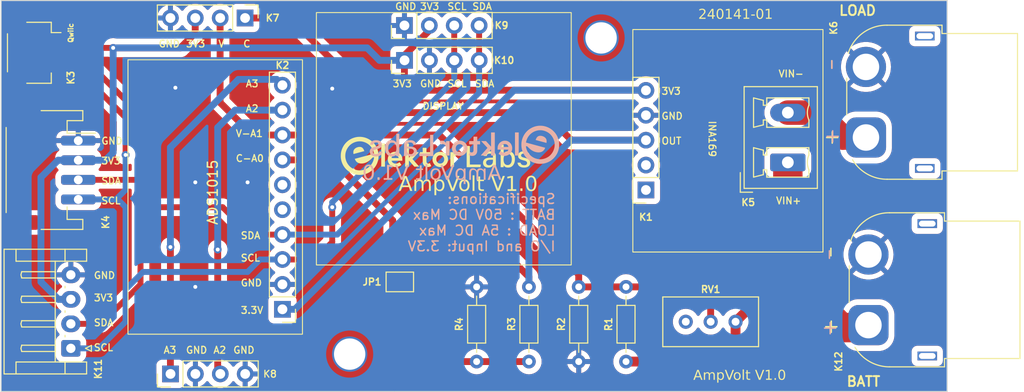
<source format=kicad_pcb>
(kicad_pcb (version 20240108) (generator "pcbnew") (generator_version "8.0")
  (layers (0 "F.Cu" signal) (31 "B.Cu" signal) (34 "B.Paste" user) (35 "F.Paste" user) (36 "B.SilkS" user "B.Silkscreen") (37 "F.SilkS" user "F.Silkscreen") (38 "B.Mask" user) (39 "F.Mask" user) (44 "Edge.Cuts" user))
  (net 0 "")
  (net 1 "OUT")
  (net 2 "GNDREF")
  (net 3 "VIN+")
  (net 4 "VIN-")
  (net 5 "NC-VIN+")
  (net 6 "NC-VIN-")
  (net 7 "ADDR")
  (net 8 "ALERT")
  (net 9 "ADS-A0")
  (net 10 "ADS-A1")
  (net 11 "ADS-A2")
  (net 12 "ADS-A3")
  (net 13 "+3.3V")
  (net 14 "SCL-O")
  (net 15 "SDA-O")
  (footprint "Connector_JST:JST_EH_S4B-EH_1x04_P2.50mm_Horizontal" (layer "F.Cu") (at 146.304 62.404 90)
    (property "Reference" "K11" (at -2.112 2.794 90) (layer "F.SilkS") (effects (font (size 0.7 0.7))))
    (property "Value" "G. I2C" (hide yes))
    (pad "1" thru_hole roundrect (at 0 0 90) (size 1.7 1.95) (drill 0.95) (layers "*.Cu" "*.Mask") (roundrect_rratio 0.1470588235) (net 14 "SCL-O"))
    (pad "2" thru_hole oval (at 2.5 0 90) (size 1.7 1.95) (drill 0.95) (layers "*.Cu" "*.Mask") (net 15 "SDA-O"))
    (pad "3" thru_hole oval (at 5 0 90) (size 1.7 1.95) (drill 0.95) (layers "*.Cu" "*.Mask") (net 13 "+3.3V"))
    (pad "4" thru_hole oval (at 7.5 0 90) (size 1.7 1.95) (drill 0.95) (layers "*.Cu" "*.Mask") (net 2 "GNDREF"))
  )
  (footprint "Resistor_THT:R_Axial_DIN0204_L3.6mm_D1.6mm_P7.62mm_Horizontal" (layer "F.Cu") (at 187.706 63.754 90)
    (property "Reference" "R4" (at 3.81 -1.778 90) (layer "F.SilkS") (effects (font (size 0.7 0.7))))
    (property "Value" "22k")
    (pad "1" thru_hole circle (at 0 0 90) (size 1.4 1.4) (drill 0.7) (layers "*.Cu" "*.Mask") (net 9 "ADS-A0"))
    (pad "2" thru_hole oval (at 7.62 0 90) (size 1.4 1.4) (drill 0.7) (layers "*.Cu" "*.Mask") (net 2 "GNDREF"))
  )
  (footprint "Connector_PinHeader_2.54mm:PinHeader_1x04_P2.54mm_Vertical" (layer "F.Cu") (at 156.474 65.014 90)
    (property "Reference" "K8" (at -0.01 10.15 0) (layer "F.SilkS") (effects (font (size 0.7 0.7) (thickness 0.125) (bold yes))))
    (property "Value" "AG")
    (pad "1" thru_hole rect (at 0 0 90) (size 1.7 1.7) (drill 1) (layers "*.Cu" "*.Mask") (net 12 "ADS-A3"))
    (pad "2" thru_hole oval (at 0 2.54 90) (size 1.7 1.7) (drill 1) (layers "*.Cu" "*.Mask") (net 2 "GNDREF"))
    (pad "3" thru_hole oval (at 0 5.08 90) (size 1.7 1.7) (drill 1) (layers "*.Cu" "*.Mask") (net 11 "ADS-A2"))
    (pad "4" thru_hole oval (at 0 7.62 90) (size 1.7 1.7) (drill 1) (layers "*.Cu" "*.Mask") (net 2 "GNDREF"))
  )
  (footprint "Connector_AMASS:AMASS_XT60PW-F_1x02_P7.20mm_Horizontal" (layer "F.Cu") (at 227.426 40.894 -90)
    (property "Reference" "K6" (at -11.176 3.302 90) (layer "F.SilkS") (effects (font (size 0.7 0.7))))
    (property "Value" "LOAD" (at -12.954 0.858 180) (layer "F.SilkS") (effects (font (thickness 0.2) (bold yes))))
    (fp_text user "+" (at 0 3.556 90) (layer "F.SilkS") (effects (font (size 1.5 1.5))))
    (fp_text user "-" (at -7.454 3.556 90) (layer "F.SilkS"))
    (pad "" thru_hole rect (at -10.35 -6 270) (size 0.9 2) (drill oval 0.6 1.7) (layers "*.Cu" "*.Mask"))
    (pad "" thru_hole rect (at 3.15 -6 270) (size 0.9 2) (drill oval 0.6 1.7) (layers "*.Cu" "*.Mask"))
    (pad "1" thru_hole roundrect (at 0 0 270) (size 4.1 4.1) (drill 2.7) (layers "*.Cu" "*.Mask") (net 4 "VIN-"))
    (pad "2" thru_hole circle (at -7.2 0 270) (size 4.1 4.1) (drill 2.7) (layers "*.Cu" "*.Mask") (net 2 "GNDREF"))
  )
  (footprint "Connector_PinHeader_2.54mm:PinHeader_1x10_P2.54mm_Vertical" (layer "F.Cu") (at 167.894 58.42 180)
    (property "Reference" "K2" (at 0 24.892 180) (layer "F.SilkS") (effects (font (size 0.7 0.7))))
    (property "Value" "ADS1015" (at 7.112 11.938 90) (layer "F.SilkS"))
    (pad "1" thru_hole rect (at 0 0 180) (size 1.7 1.7) (drill 1) (layers "*.Cu" "*.Mask") (net 13 "+3.3V"))
    (pad "2" thru_hole oval (at 0 2.54 180) (size 1.7 1.7) (drill 1) (layers "*.Cu" "*.Mask") (net 2 "GNDREF"))
    (pad "3" thru_hole oval (at 0 5.08 180) (size 1.7 1.7) (drill 1) (layers "*.Cu" "*.Mask") (net 14 "SCL-O"))
    (pad "4" thru_hole oval (at 0 7.62 180) (size 1.7 1.7) (drill 1) (layers "*.Cu" "*.Mask") (net 15 "SDA-O"))
    (pad "5" thru_hole oval (at 0 10.16 180) (size 1.7 1.7) (drill 1) (layers "*.Cu" "*.Mask") (net 7 "ADDR"))
    (pad "6" thru_hole oval (at 0 12.7 180) (size 1.7 1.7) (drill 1) (layers "*.Cu" "*.Mask") (net 8 "ALERT"))
    (pad "7" thru_hole oval (at 0 15.24 180) (size 1.7 1.7) (drill 1) (layers "*.Cu" "*.Mask") (net 9 "ADS-A0"))
    (pad "8" thru_hole oval (at 0 17.78 180) (size 1.7 1.7) (drill 1) (layers "*.Cu" "*.Mask") (net 10 "ADS-A1"))
    (pad "9" thru_hole oval (at 0 20.32 180) (size 1.7 1.7) (drill 1) (layers "*.Cu" "*.Mask") (net 11 "ADS-A2"))
    (pad "10" thru_hole oval (at 0 22.86 180) (size 1.7 1.7) (drill 1) (layers "*.Cu" "*.Mask") (net 12 "ADS-A3"))
  )
  (footprint "Connector_Phoenix_MC_HighVoltage:PhoenixContact_MCV_1,5_2-G-5.08_1x02_P5.08mm_Vertical" (layer "F.Cu") (at 219.456 43.434 90)
    (property "Reference" "K5" (at -4.0815 -4.0445 180) (layer "F.SilkS") (effects (font (size 0.7 0.7))))
    (property "Value" "INA169-IN" (hide yes))
    (pad "1" thru_hole roundrect (at 0 0 90) (size 1.8 3.6) (drill 1.2) (layers "*.Cu" "*.Mask") (roundrect_rratio 0.1388888889) (net 3 "VIN+"))
    (pad "2" thru_hole oval (at 5.08 0 90) (size 1.8 3.6) (drill 1.2) (layers "*.Cu" "*.Mask") (net 4 "VIN-"))
  )
  (footprint "Library:elektor-labs-KiCAD-Silkscreen-20x5.1mm" (layer "F.Cu") (at 183.283209 42.789544)
    (property "Reference" "G***" (hide yes))
    (property "Value" "LOGO" (hide yes))
  )
  (footprint "Potentiometer_THT:Potentiometer_Bourns_3296W_Vertical" (layer "F.Cu") (at 214.122 59.69)
    (property "Reference" "RV1" (at -2.54 -3.302 0) (layer "F.SilkS") (effects (font (size 0.7 0.7))))
    (property "Value" "100k")
    (pad "1" thru_hole circle (at 0 0) (size 1.44 1.44) (drill 0.8) (layers "*.Cu" "*.Mask") (net 3 "VIN+"))
    (pad "2" thru_hole circle (at -2.54 0) (size 1.44 1.44) (drill 0.8) (layers "*.Cu" "*.Mask") (net 10 "ADS-A1"))
    (pad "3" thru_hole circle (at -5.08 0) (size 1.44 1.44) (drill 0.8) (layers "*.Cu" "*.Mask"))
  )
  (footprint "Resistor_THT:R_Axial_DIN0204_L3.6mm_D1.6mm_P7.62mm_Horizontal" (layer "F.Cu") (at 198.12 56.134 -90)
    (property "Reference" "R2" (at 3.81 1.778 90) (layer "F.SilkS") (effects (font (size 0.7 0.7))))
    (property "Value" "6.75")
    (pad "1" thru_hole circle (at 0 0 270) (size 1.4 1.4) (drill 0.7) (layers "*.Cu" "*.Mask") (net 10 "ADS-A1"))
    (pad "2" thru_hole oval (at 7.62 0 270) (size 1.4 1.4) (drill 0.7) (layers "*.Cu" "*.Mask") (net 2 "GNDREF"))
  )
  (footprint "Connector_JST:JST_SH_SM04B-SRSS-TB_1x04-1MP_P1.00mm_Horizontal" (layer "F.Cu") (at 142.526 32.25 -90)
    (property "Reference" "K3" (at 2.548 -3.778 90) (layer "F.SilkS") (effects (font (size 0.7 0.7))))
    (property "Value" "Qwiic" (at -2.024 -3.778 90) (layer "F.SilkS") (effects (font (size 0.5 0.5) (thickness 0.125))))
    (pad "1" smd roundrect (at -1.5 -2 270) (size 0.6 1.55) (layers "F.Cu" "F.Paste" "F.Mask") (net 2 "GNDREF"))
    (pad "2" smd roundrect (at -0.5 -2 270) (size 0.6 1.55) (layers "F.Cu" "F.Paste" "F.Mask") (net 13 "+3.3V"))
    (pad "3" smd roundrect (at 0.5 -2 270) (size 0.6 1.55) (layers "F.Cu" "F.Paste" "F.Mask") (net 15 "SDA-O"))
    (pad "4" smd roundrect (at 1.5 -2 270) (size 0.6 1.55) (layers "F.Cu" "F.Paste" "F.Mask") (net 14 "SCL-O"))
    (pad "MP" smd roundrect (at -2.8 1.875 270) (size 1.2 1.8) (layers "F.Cu" "F.Paste" "F.Mask") (roundrect_rratio 0.2083333333) (net 2 "GNDREF"))
    (pad "MP" smd roundrect (at 2.8 1.875 270) (size 1.2 1.8) (layers "F.Cu" "F.Paste" "F.Mask") (roundrect_rratio 0.2083333333) (net 2 "GNDREF"))
  )
  (footprint "Resistor_THT:R_Axial_DIN0204_L3.6mm_D1.6mm_P7.62mm_Horizontal" (layer "F.Cu") (at 193.04 56.134 -90)
    (property "Reference" "R3" (at 3.81 1.778 90) (layer "F.SilkS") (effects (font (size 0.7 0.7))))
    (property "Value" "22k")
    (pad "1" thru_hole circle (at 0 0 270) (size 1.4 1.4) (drill 0.7) (layers "*.Cu" "*.Mask") (net 1 "OUT"))
    (pad "2" thru_hole oval (at 7.62 0 270) (size 1.4 1.4) (drill 0.7) (layers "*.Cu" "*.Mask") (net 9 "ADS-A0"))
  )
  (footprint "Connector_PinHeader_2.54mm:PinHeader_1x04_P2.54mm_Vertical" (layer "F.Cu") (at 180.35 33.02 90)
    (property "Reference" "K10" (at 0 10.16 180) (layer "F.SilkS") (effects (font (size 0.7 0.7))))
    (property "Value" "B" (hide yes))
    (pad "1" thru_hole rect (at 0 0 90) (size 1.7 1.7) (drill 1) (layers "*.Cu" "*.Mask") (net 13 "+3.3V"))
    (pad "2" thru_hole oval (at 0 2.54 90) (size 1.7 1.7) (drill 1) (layers "*.Cu" "*.Mask") (net 2 "GNDREF"))
    (pad "3" thru_hole oval (at 0 5.08 90) (size 1.7 1.7) (drill 1) (layers "*.Cu" "*.Mask") (net 14 "SCL-O"))
    (pad "4" thru_hole oval (at 0 7.62 90) (size 1.7 1.7) (drill 1) (layers "*.Cu" "*.Mask") (net 15 "SDA-O"))
  )
  (footprint "Jumper:SolderJumper-2_P1.3mm_Open_TrianglePad1.0x1.5mm" (layer "F.Cu") (at 179.869 55.626)
    (property "Reference" "JP1" (at -2.831 0 0) (layer "F.SilkS") (effects (font (size 0.7 0.7))))
    (property "Value" "Jumper - Open" (hide yes))
    (pad "1" smd custom (at -0.725 0) (size 0.3 0.3) (layers "F.Cu" "F.Mask") (net 9 "ADS-A0") (options (clearance outline) (anchor rect)) (primitives (gr_poly (pts (xy 1 0) (xy 0.5 0.75) (xy -0.5 0.75) (xy -0.5 -0.75) (xy 0.5 -0.75)) (width 0) (fill yes))))
    (pad "2" smd custom (at 0.725 0) (size 0.3 0.3) (layers "F.Cu" "F.Mask") (net 1 "OUT") (options (clearance outline) (anchor rect)) (primitives (gr_poly (pts (xy 0.5 0.75) (xy -0.65 0.75) (xy -0.15 0) (xy -0.65 -0.75) (xy 0.5 -0.75)) (width 0) (fill yes))))
  )
  (footprint "Connector_PinHeader_2.54mm:PinHeader_1x04_P2.54mm_Vertical" (layer "F.Cu") (at 180.34 29.464 90)
    (property "Reference" "K9" (at 0 9.906 180) (layer "F.SilkS") (effects (font (size 0.7 0.7))))
    (property "Value" "A" (hide yes))
    (pad "1" thru_hole rect (at 0 0 90) (size 1.7 1.7) (drill 1) (layers "*.Cu" "*.Mask") (net 2 "GNDREF"))
    (pad "2" thru_hole oval (at 0 2.54 90) (size 1.7 1.7) (drill 1) (layers "*.Cu" "*.Mask") (net 13 "+3.3V"))
    (pad "3" thru_hole oval (at 0 5.08 90) (size 1.7 1.7) (drill 1) (layers "*.Cu" "*.Mask") (net 14 "SCL-O"))
    (pad "4" thru_hole oval (at 0 7.62 90) (size 1.7 1.7) (drill 1) (layers "*.Cu" "*.Mask") (net 15 "SDA-O"))
  )
  (footprint "MountingHole:MountingHole_3.2mm_M3_DIN965_Pad_TopOnly" (layer "F.Cu") (at 174.752 62.992)
    (property "Reference" "H1" (hide yes))
    (property "Value" "MountingHole" (hide yes))
    (pad "1" thru_hole circle (at 0 0) (size 3.6 3.6) (drill 3.2) (layers "*.Cu" "*.Mask"))
    (pad "1" connect circle (at 0 0) (size 5.6 5.6) (layers "F.Cu" "F.Mask"))
  )
  (footprint "Connector_JST:JST_PH_S4B-PH-SM4-TB_1x04-1MP_P2.00mm_Horizontal" (layer "F.Cu") (at 144.216 44.212 -90)
    (property "Reference" "K4" (at 5.318 -5.644 90) (layer "F.SilkS") (effects (font (size 0.7 0.7))))
    (property "Value" "I2C." (hide yes))
    (pad "1" thru_hole roundrect (at -3 -2.85 270) (size 1 3.5) (drill 0.9) (layers "*.Cu" "*.Mask") (net 2 "GNDREF"))
    (pad "2" thru_hole roundrect (at -1 -2.85 270) (size 1 3.5) (drill 0.9) (layers "*.Cu" "*.Mask") (net 13 "+3.3V"))
    (pad "3" thru_hole roundrect (at 1 -2.85 270) (size 1 3.5) (drill 0.9) (layers "*.Cu" "*.Mask") (net 15 "SDA-O"))
    (pad "4" thru_hole roundrect (at 3 -2.85 270) (size 1 3.5) (drill 0.9) (layers "*.Cu" "*.Mask") (net 14 "SCL-O"))
    (pad "MP" smd roundrect (at -5.35 2.9 270) (size 1.5 3.4) (layers "F.Cu" "F.Paste" "F.Mask") (roundrect_rratio 0.1666673333) (net 2 "GNDREF"))
    (pad "MP" smd roundrect (at 5.35 2.9 270) (size 1.5 3.4) (layers "F.Cu" "F.Paste" "F.Mask") (roundrect_rratio 0.1666673333) (net 2 "GNDREF"))
  )
  (footprint "Resistor_THT:R_Axial_DIN0204_L3.6mm_D1.6mm_P7.62mm_Horizontal" (layer "F.Cu") (at 202.946 63.754 90)
    (property "Reference" "R1" (at 3.81 -1.778 90) (layer "F.SilkS") (effects (font (size 0.7 0.7))))
    (property "Value" "100k")
    (pad "1" thru_hole circle (at 0 0 90) (size 1.4 1.4) (drill 0.7) (layers "*.Cu" "*.Mask") (net 3 "VIN+"))
    (pad "2" thru_hole oval (at 7.62 0 90) (size 1.4 1.4) (drill 0.7) (layers "*.Cu" "*.Mask") (net 10 "ADS-A1"))
  )
  (footprint "MountingHole:MountingHole_3.2mm_M3_DIN965_Pad_TopOnly" (layer "F.Cu") (at 200.406 30.734)
    (property "Reference" "H2" (hide yes))
    (property "Value" "MountingHole" (hide yes))
    (pad "1" thru_hole circle (at 0 0) (size 3.6 3.6) (drill 3.2) (layers "*.Cu" "*.Mask"))
    (pad "1" connect circle (at 0 0) (size 5.6 5.6) (layers "F.Cu" "F.Mask"))
  )
  (footprint "Connector_PinHeader_2.54mm:PinHeader_1x04_P2.54mm_Vertical" (layer "F.Cu") (at 164.084 28.702 -90)
    (property "Reference" "K7" (at 0 -2.804 0) (layer "F.SilkS") (effects (font (size 0.7 0.7))))
    (property "Value" "RAW OUT")
    (pad "1" thru_hole rect (at 0 0 270) (size 1.7 1.7) (drill 1) (layers "*.Cu" "*.Mask") (net 1 "OUT"))
    (pad "2" thru_hole oval (at 0 2.54 270) (size 1.7 1.7) (drill 1) (layers "*.Cu" "*.Mask") (net 10 "ADS-A1"))
    (pad "3" thru_hole oval (at 0 5.08 270) (size 1.7 1.7) (drill 1) (layers "*.Cu" "*.Mask") (net 13 "+3.3V"))
    (pad "4" thru_hole oval (at 0 7.62 270) (size 1.7 1.7) (drill 1) (layers "*.Cu" "*.Mask") (net 2 "GNDREF"))
  )
  (footprint "Connector_PinSocket_2.54mm:PinSocket_1x05_P2.54mm_Vertical" (layer "F.Cu") (at 204.978 46.2455 180)
    (property "Reference" "K1" (at 0 -2.77 0) (layer "F.SilkS") (effects (font (size 0.7 0.7))))
    (property "Value" "INA169-OUT" (hide yes))
    (pad "1" thru_hole rect (at 0 0 180) (size 1.7 1.7) (drill 1) (layers "*.Cu" "*.Mask") (net 5 "NC-VIN+"))
    (pad "2" thru_hole oval (at 0 2.54 180) (size 1.7 1.7) (drill 1) (layers "*.Cu" "*.Mask") (net 6 "NC-VIN-"))
    (pad "3" thru_hole oval (at 0 5.08 180) (size 1.7 1.7) (drill 1) (layers "*.Cu" "*.Mask") (net 1 "OUT"))
    (pad "4" thru_hole oval (at 0 7.62 180) (size 1.7 1.7) (drill 1) (layers "*.Cu" "*.Mask") (net 2 "GNDREF"))
    (pad "5" thru_hole oval (at 0 10.16 180) (size 1.7 1.7) (drill 1) (layers "*.Cu" "*.Mask") (net 13 "+3.3V"))
  )
  (footprint "Connector_AMASS:AMASS_XT60PW-F_1x02_P7.20mm_Horizontal" (layer "F.Cu") (at 227.68 60.032 -90)
    (property "Reference" "K12" (at 3.722 3.048 90) (layer "F.SilkS") (effects (font (size 0.7 0.7))))
    (property "Value" "BATT" (at 5.754 0.508 180) (layer "F.SilkS") (effects (font (thickness 0.2) (bold yes))))
    (fp_text user "+" (at 0.166 3.906 90) (layer "F.SilkS") (effects (font (size 1.5 1.5))))
    (fp_text user "-" (at -7.454 3.906 90) (layer "F.SilkS"))
    (pad "" thru_hole rect (at -10.35 -6 270) (size 0.9 2) (drill oval 0.6 1.7) (layers "*.Cu" "*.Mask"))
    (pad "" thru_hole rect (at 3.15 -6 270) (size 0.9 2) (drill oval 0.6 1.7) (layers "*.Cu" "*.Mask"))
    (pad "1" thru_hole roundrect (at 0 0 270) (size 4.1 4.1) (drill 2.7) (layers "*.Cu" "*.Mask") (net 3 "VIN+"))
    (pad "2" thru_hole circle (at -7.2 0 270) (size 4.1 4.1) (drill 2.7) (layers "*.Cu" "*.Mask") (net 2 "GNDREF"))
  )
  (footprint "Library:elektor-labs-KiCAD-Silkscreen-20x5.1mm" (layer "B.Cu") (at 186.69 41.656 180)
    (property "Reference" "G***" (hide yes))
    (property "Value" "LOGO" (hide yes))
  )
  (gr_rect (start 171.358 28.148) (end 197.358 53.894) (stroke (width 0.1)) (fill none) (layer "F.SilkS"))
  (gr_rect (start 203.6405 29.878) (end 223.0405 52.578) (stroke (width 0.1)) (fill none) (layer "F.SilkS"))
  (gr_rect (start 152.136 32.96) (end 169.936 60.96) (stroke (width 0.1)) (fill none) (layer "F.SilkS"))
  (gr_line (start 235.712 66.802) (end 179.324 66.802) (stroke (width 0.1)) (layer "Edge.Cuts"))
  (gr_line (start 139.192 26.924) (end 202.438 26.924) (stroke (width 0.1)) (layer "Edge.Cuts"))
  (gr_line (start 179.324 66.802) (end 139.192 66.802) (stroke (width 0.1)) (layer "Edge.Cuts"))
  (gr_line (start 202.438 26.924) (end 235.712 26.924) (stroke (width 0.1)) (layer "Edge.Cuts"))
  (gr_line (start 139.192 27.178) (end 139.192 26.924) (stroke (width 0.1)) (layer "Edge.Cuts"))
  (gr_line (start 139.192 66.802) (end 139.192 27.178) (stroke (width 0.1)) (layer "Edge.Cuts"))
  (gr_line (start 235.712 26.924) (end 235.712 66.802) (stroke (width 0.1)) (layer "Edge.Cuts"))
  (gr_text "-" (at 223.774 52.832 -90) (layer "B.SilkS") (effects (font (size 1 1)) (justify mirror)))
  (gr_text "+" (at 224.028 40.894 -180) (layer "B.SilkS") (effects (font (size 1.5 1.5)) (justify mirror)))
  (gr_text "Specifications:\nBATT : 50V DC Max\nLOAD : 5A DC Max\nI/O and Input: 3.3V \n" (at 195.834 52.578 0) (layer "B.SilkS") (effects (font (size 1 1)) (justify left bottom mirror)))
  (gr_text "-" (at 224.028 33.45047 -90) (layer "B.SilkS") (effects (font (size 1 1)) (justify mirror)))
  (gr_text "AmpVolt V1.0" (at 190.246 45.466 -0) (layer "B.SilkS") (effects (font (size 1.5 1.5) (thickness 0.3)) (justify left bottom mirror)))
  (gr_text "+" (at 223.774 60.452 -180) (layer "B.SilkS") (effects (font (size 1.5 1.5)) (justify mirror)))
  (gr_text "V" (at 161.29 31.75 0) (layer "F.SilkS") (effects (font (size 0.7 0.7) (thickness 0.125) (bold yes)) (justify left bottom)))
  (gr_text "GND\n" (at 163.576 56.134 0) (layer "F.SilkS") (effects (font (size 0.7 0.7) (thickness 0.125) (bold yes)) (justify left bottom)))
  (gr_text "SCL" (at 163.576 53.594 0) (layer "F.SilkS") (effects (font (size 0.7 0.7) (thickness 0.125) (bold yes)) (justify left bottom)))
  (gr_text "SDA" (at 148.59 60.198 0) (layer "F.SilkS") (effects (font (size 0.7 0.7) (thickness 0.125) (bold yes)) (justify left bottom)))
  (gr_text "3V3" (at 149.352 43.688 0) (layer "F.SilkS") (effects (font (size 0.7 0.7) (thickness 0.125) (bold yes)) (justify left bottom)))
  (gr_text "GND" (at 155.194 31.75 0) (layer "F.SilkS") (effects (font (size 0.7 0.7) (thickness 0.125) (bold yes)) (justify left bottom)))
  (gr_text "SCL" (at 184.658 27.94 0) (layer "F.SilkS") (effects (font (size 0.7 0.7) (thickness 0.125) (bold yes)) (justify left bottom)))
  (gr_text "C-A0" (at 163.068 43.434 0) (layer "F.SilkS") (effects (font (size 0.7 0.7) (thickness 0.125) (bold yes)) (justify left bottom)))
  (gr_text "GND" (at 148.59 55.372 0) (layer "F.SilkS") (effects (font (size 0.7 0.7) (thickness 0.125) (bold yes)) (justify left bottom)))
  (gr_text "3V3" (at 157.988 31.75 0) (layer "F.SilkS") (effects (font (size 0.7 0.7) (thickness 0.125) (bold yes)) (justify left bottom)))
  (gr_text "SDA" (at 149.352 45.72 0) (layer "F.SilkS") (effects (font (size 0.7 0.7) (thickness 0.125) (bold yes)) (justify left bottom)))
  (gr_text "3V3" (at 181.864 27.94 0) (layer "F.SilkS") (effects (font (size 0.7 0.7) (thickness 0.125) (bold yes)) (justify left bottom)))
  (gr_text "SDA" (at 187.452 35.814 0) (layer "F.SilkS") (effects (font (size 0.7 0.7) (thickness 0.125) (bold yes)) (justify left bottom)))
  (gr_text "SDA" (at 163.576 51.308 0) (layer "F.SilkS") (effects (font (size 0.7 0.7) (thickness 0.125) (bold yes)) (justify left bottom)))
  (gr_text "V-A1 " (at 163.068 40.894 0) (layer "F.SilkS") (effects (font (size 0.7 0.7) (thickness 0.125) (bold yes)) (justify left bottom)))
  (gr_text "GND" (at 179.324 27.94 0) (layer "F.SilkS") (effects (font (size 0.7 0.7) (thickness 0.125) (bold yes)) (justify left bottom)))
  (gr_text "INA169" (at 211.328 39.116 -90) (layer "F.SilkS") (effects (font (size 0.7 0.7) (thickness 0.125)) (justify left bottom)))
  (gr_text "SCL" (at 148.59 62.738 0) (layer "F.SilkS") (effects (font (size 0.7 0.7) (thickness 0.125) (bold yes)) (justify left bottom)))
  (gr_text "3V3" (at 179.07 35.814 0) (layer "F.SilkS") (effects (font (size 0.7 0.7) (thickness 0.125) (bold yes)) (justify left bottom)))
  (gr_text "3V3" (at 206.502 36.576 0) (layer "F.SilkS") (effects (font (size 0.7 0.7) (thickness 0.125) (bold yes)) (justify left bottom)))
  (gr_text "A3" (at 155.702 62.992 0) (layer "F.SilkS") (effects (font (size 0.7 0.7) (thickness 0.125) (bold yes)) (justify left bottom)))
  (gr_text "3V3" (at 148.59 57.658 0) (layer "F.SilkS") (effects (font (size 0.7 0.7) (thickness 0.125) (bold yes)) (justify left bottom)))
  (gr_text "GND\n" (at 157.988 62.992 0) (layer "F.SilkS") (effects (font (size 0.7 0.7) (thickness 0.125) (bold yes)) (justify left bottom)))
  (gr_text "GND" (at 149.352 41.656 0) (layer "F.SilkS") (effects (font (size 0.7 0.7) (thickness 0.125) (bold yes)) (justify left bottom)))
  (gr_text "3.3V" (at 163.576 58.928 0) (layer "F.SilkS") (effects (font (size 0.7 0.7) (thickness 0.125) (bold yes)) (justify left bottom)))
  (gr_text "AmpVolt V1.0" (at 209.804 65.786 0) (layer "F.SilkS") (effects (font (size 1 1) (thickness 0.25)) (justify left bottom)))
  (gr_text "A2" (at 160.782 62.992 0) (layer "F.SilkS") (effects (font (size 0.7 0.7) (thickness 0.125) (bold yes)) (justify left bottom)))
  (gr_text "GND" (at 206.502 39.116 0) (layer "F.SilkS") (effects (font (size 0.7 0.7) (thickness 0.125) (bold yes)) (justify left bottom)))
  (gr_text "VIN-" (at 218.44 34.798 0) (layer "F.SilkS") (effects (font (size 0.7 0.7) (thickness 0.125) (bold yes)) (justify left bottom)))
  (gr_text "240141-01" (at 210.312 28.956 0) (layer "F.SilkS") (effects (font (size 1 1) (thickness 0.25)) (justify left bottom)))
  (gr_text "GND\n" (at 162.814 62.992 0) (layer "F.SilkS") (effects (font (size 0.7 0.7) (thickness 0.125) (bold yes)) (justify left bottom)))
  (gr_text "SDA" (at 187.198 27.94 0) (layer "F.SilkS") (effects (font (size 0.7 0.7) (thickness 0.125) (bold yes)) (justify left bottom)))
  (gr_text "SCL" (at 149.352 47.752 0) (layer "F.SilkS") (effects (font (size 0.7 0.7) (thickness 0.125) (bold yes)) (justify left bottom)))
  (gr_text "VIN+" (at 218.186 47.752 0) (layer "F.SilkS") (effects (font (size 0.7 0.7) (thickness 0.125) (bold yes)) (justify left bottom)))
  (gr_text "C" (at 163.83 31.75 0) (layer "F.SilkS") (effects (font (size 0.7 0.7) (thickness 0.125) (bold yes)) (justify left bottom)))
  (gr_text "OUT" (at 206.502 41.656 0) (layer "F.SilkS") (effects (font (size 0.7 0.7) (thickness 0.125) (bold yes)) (justify left bottom)))
  (gr_text "AmpVolt V1.0" (at 179.727209 46.599544 0) (layer "F.SilkS") (effects (font (size 1.5 1.5) (thickness 0.3)) (justify left bottom)))
  (gr_text "GND" (at 181.864 35.814 0) (layer "F.SilkS") (effects (font (size 0.7 0.7) (thickness 0.125) (bold yes)) (justify left bottom)))
  (gr_text "SCL" (at 184.658 35.814 0) (layer "F.SilkS") (effects (font (size 0.7 0.7) (thickness 0.125) (bold yes)) (justify left bottom)))
  (gr_text "DISPLAY" (at 182.118 38.1 0) (layer "F.SilkS") (effects (font (size 0.7 0.7) (thickness 0.125)) (justify left bottom)))
  (gr_text "A2" (at 164.084 38.354 0) (layer "F.SilkS") (effects (font (size 0.7 0.7) (thickness 0.125) (bold yes)) (justify left bottom)))
  (gr_text "A3" (at 164.084 35.814 0) (layer "F.SilkS") (effects (font (size 0.7 0.7) (thickness 0.125) (bold yes)) (justify left bottom)))
  (segment (start 178.308 38.354) (end 194.564 38.354) (width 0.7) (layer "F.Cu") (net 1))
  (segment (start 197.3755 41.1655) (end 204.978 41.1655) (width 0.7) (layer "F.Cu") (net 1))
  (segment (start 193.04 55.118) (end 193.04 56.134) (width 0.7) (layer "F.Cu") (net 1))
  (segment (start 181.864 55.626) (end 183.896 53.594) (width 0.7) (layer "F.Cu") (net 1))
  (segment (start 181.102 55.626) (end 181.864 55.626) (width 0.7) (layer "F.Cu") (net 1))
  (segment (start 168.656 28.702) (end 178.308 38.354) (width 0.7) (layer "F.Cu") (net 1))
  (segment (start 191.516 53.594) (end 193.04 55.118) (width 0.7) (layer "F.Cu") (net 1))
  (segment (start 164.074 28.702) (end 168.656 28.702) (width 0.7) (layer "F.Cu") (net 1))
  (segment (start 194.564 38.354) (end 197.3755 41.1655) (width 0.7) (layer "F.Cu") (net 1))
  (segment (start 183.896 53.594) (end 191.516 53.594) (width 0.7) (layer "F.Cu") (net 1))
  (segment (start 204.978 41.1655) (end 197.3405 41.1655) (width 0.7) (layer "B.Cu") (net 1))
  (segment (start 197.3405 41.1655) (end 193.04 45.466) (width 0.7) (layer "B.Cu") (net 1))
  (segment (start 193.04 45.466) (end 193.04 56.134) (width 0.7) (layer "B.Cu") (net 1))
  (via (at 164.338 45.466) (size 0.8) (drill 0.4) (layers "F.Cu" "B.Cu") (net 2))
  (via (at 156.972 35.814) (size 0.8) (drill 0.4) (layers "F.Cu" "B.Cu") (net 2))
  (via (at 172.974 35.906688) (size 0.8) (drill 0.4) (layers "F.Cu" "B.Cu") (net 2))
  (via (at 159.004 45.466) (size 0.8) (drill 0.4) (layers "F.Cu" "B.Cu") (net 2))
  (via (at 159.004 56.134) (size 0.8) (drill 0.4) (layers "F.Cu" "B.Cu") (net 2))
  (segment (start 214.122 61.976) (end 214.122 59.69) (width 1) (layer "F.Cu") (net 3))
  (segment (start 219.456 54.864) (end 219.456 44.45) (width 3) (layer "F.Cu") (net 3))
  (segment (start 221.312 57.912) (end 223.686 60.286) (width 1) (layer "F.Cu") (net 3))
  (segment (start 224.878 60.286) (end 219.456 54.864) (width 3) (layer "F.Cu") (net 3))
  (segment (start 227.426 60.286) (end 224.878 60.286) (width 3) (layer "F.Cu") (net 3))
  (segment (start 215.9 57.912) (end 221.312 57.912) (width 1) (layer "F.Cu") (net 3))
  (segment (start 202.946 63.754) (end 212.344 63.754) (width 1) (layer "F.Cu") (net 3))
  (segment (start 227.68 60.032) (end 227.426 60.286) (width 3) (layer "F.Cu") (net 3))
  (segment (start 212.344 63.754) (end 214.122 61.976) (width 1) (layer "F.Cu") (net 3))
  (segment (start 214.122 59.69) (end 215.9 57.912) (width 1) (layer "F.Cu") (net 3))
  (segment (start 227.426 40.894) (end 225.044 40.894) (width 2.5) (layer "F.Cu") (net 4))
  (segment (start 222.504 38.354) (end 219.456 38.354) (width 2.5) (layer "F.Cu") (net 4))
  (segment (start 225.044 40.894) (end 222.504 38.354) (width 2.5) (layer "F.Cu") (net 4))
  (segment (start 172.974 43.18) (end 179.144 49.35) (width 0.7) (layer "F.Cu") (net 9))
  (segment (start 179.144 57.92189) (end 184.97611 63.754) (width 0.7) (layer "F.Cu") (net 9))
  (segment (start 167.894 43.18) (end 172.974 43.18) (width 0.7) (layer "F.Cu") (net 9))
  (segment (start 179.144 49.35) (end 179.144 57.92189) (width 0.7) (layer "F.Cu") (net 9))
  (segment (start 184.97611 63.754) (end 187.706 63.754) (width 0.7) (layer "F.Cu") (net 9))
  (segment (start 187.706 63.754) (end 193.04 63.754) (width 0.7) (layer "F.Cu") (net 9))
  (segment (start 198.12 54.864) (end 183.896 40.64) (width 0.7) (layer "F.Cu") (net 10))
  (segment (start 198.12 56.134) (end 198.12 54.864) (width 0.7) (layer "F.Cu") (net 10))
  (segment (start 198.12 56.134) (end 202.946 56.134) (width 0.7) (layer "F.Cu") (net 10))
  (segment (start 210.82 56.134) (end 202.946 56.134) (width 0.7) (layer "F.Cu") (net 10))
  (segment (start 211.582 56.896) (end 210.82 56.134) (width 0.7) (layer "F.Cu") (net 10))
  (segment (start 211.582 59.69) (end 211.582 56.896) (width 0.7) (layer "F.Cu") (net 10))
  (segment (start 183.896 40.64) (end 167.894 40.64) (width 0.7) (layer "F.Cu") (net 10))
  (segment (start 161.534 28.702) (end 161.534 37.328) (width 0.7) (layer "F.Cu") (net 10))
  (segment (start 161.534 37.328) (end 164.846 40.64) (width 0.7) (layer "F.Cu") (net 10))
  (segment (start 164.846 40.64) (end 167.894 40.64) (width 0.7) (layer "F.Cu") (net 10))
  (segment (start 161.29 52.324) (end 161.29 64.75) (width 0.7) (layer "F.Cu") (net 11))
  (segment (start 161.29 64.75) (end 161.554 65.014) (width 0.7) (layer "F.Cu") (net 11))
  (via (at 161.29 52.324) (size 0.8) (drill 0.4) (layers "F.Cu" "B.Cu") (net 11))
  (segment (start 161.29 52.324) (end 161.29 39.878) (width 0.7) (layer "B.Cu") (net 11))
  (segment (start 161.29 39.878) (end 163.068 38.1) (width 0.7) (layer "B.Cu") (net 11))
  (segment (start 163.068 38.1) (end 167.894 38.1) (width 0.7) (layer "B.Cu") (net 11))
  (segment (start 156.464 52.07) (end 156.464 65.024) (width 0.7) (layer "F.Cu") (net 12))
  (via (at 156.464 52.07) (size 0.8) (drill 0.4) (layers "F.Cu" "B.Cu") (net 12))
  (segment (start 163.41 34.964) (end 167.298 34.964) (width 0.7) (layer "B.Cu") (net 12))
  (segment (start 167.298 34.964) (end 167.894 35.56) (width 0.7) (layer "B.Cu") (net 12))
  (segment (start 156.464 52.07) (end 156.464 41.91) (width 0.7) (layer "B.Cu") (net 12))
  (segment (start 156.464 41.91) (end 163.41 34.964) (width 0.7) (layer "B.Cu") (net 12))
  (segment (start 180.848 36.068) (end 204.9605 36.068) (width 0.7) (layer "F.Cu") (net 13))
  (segment (start 150.622 31.75) (end 157.48 31.75) (width 0.7) (layer "F.Cu") (net 13))
  (segment (start 204.9605 36.068) (end 204.978 36.0855) (width 0.7) (layer "F.Cu") (net 13))
  (segment (start 158.994 30.236) (end 158.994 28.702) (width 0.7) (layer "F.Cu") (net 13))
  (segment (start 182.88 29.972) (end 182.88 29.464) (width 0.7) (layer "F.Cu") (net 13))
  (segment (start 180.34 35.56) (end 180.848 36.068) (width 0.7) (layer "F.Cu") (net 13))
  (segment (start 180.35 33.02) (end 180.34 33.03) (width 0.7) (layer "F.Cu") (net 13))
  (segment (start 180.34 33.03) (end 180.34 35.56) (width 0.7) (layer "F.Cu") (net 13))
  (segment (start 180.35 33.02) (end 180.35 32.502) (width 0.7) (layer "F.Cu") (net 13))
  (segment (start 144.526 31.75) (end 150.622 31.75) (width 0.6) (layer "F.Cu") (net 13))
  (segment (start 182.88 29.464) (end 183.134 29.464) (width 0.7) (layer "F.Cu") (net 13))
  (segment (start 157.48 31.75) (end 158.994 30.236) (width 0.7) (layer "F.Cu") (net 13))
  (segment (start 180.35 32.502) (end 182.88 29.972) (width 0.7) (layer "F.Cu") (net 13))
  (via (at 150.622 31.75) (size 0.8) (drill 0.4) (layers "F.Cu" "B.Cu") (net 13))
  (segment (start 147.066 43.212) (end 145.002 43.212) (width 0.7) (layer "B.Cu") (net 13))
  (segment (start 145.002 43.212) (end 143.256 44.958) (width 0.7) (layer "B.Cu") (net 13))
  (segment (start 145.288 57.404) (end 146.304 57.404) (width 0.7) (layer "B.Cu") (net 13))
  (segment (start 150.622 42.418) (end 149.828 43.212) (width 0.7) (layer "B.Cu") (net 13))
  (segment (start 204.9605 36.068) (end 191.516 36.068) (width 0.7) (layer "B.Cu") (net 13))
  (segment (start 191.516 36.068) (end 169.164 58.42) (width 0.7) (layer "B.Cu") (net 13))
  (segment (start 169.164 58.42) (end 167.894 58.42) (width 0.7) (layer "B.Cu") (net 13))
  (segment (start 176.53 31.75) (end 177.8 33.02) (width 0.7) (layer "B.Cu") (net 13))
  (segment (start 145.034 57.404) (end 146.304 57.404) (width 0.7) (layer "B.Cu") (net 13))
  (segment (start 204.978 36.0855) (end 204.9605 36.068) (width 0.7) (layer "B.Cu") (net 13))
  (segment (start 149.828 43.212) (end 147.066 43.212) (width 0.7) (layer "B.Cu") (net 13))
  (segment (start 143.256 44.958) (end 143.256 55.626) (width 0.7) (layer "B.Cu") (net 13))
  (segment (start 177.8 33.02) (end 180.35 33.02) (width 0.7) (layer "B.Cu") (net 13))
  (segment (start 150.622 31.75) (end 150.622 42.418) (width 0.7) (layer "B.Cu") (net 13))
  (segment (start 150.622 31.75) (end 176.53 31.75) (width 0.7) (layer "B.Cu") (net 13))
  (segment (start 143.256 55.626) (end 145.034 57.404) (width 0.7) (layer "B.Cu") (net 13))
  (segment (start 146.78 33.75) (end 144.526 33.75) (width 0.6) (layer "F.Cu") (net 14))
  (segment (start 151.892 42.672) (end 151.892 38.862) (width 0.6) (layer "F.Cu") (net 14))
  (segment (start 185.674 29.464) (end 185.42 29.718) (width 0.6) (layer "F.Cu") (net 14))
  (segment (start 151.892 38.862) (end 146.78 33.75) (width 0.6) (layer "F.Cu") (net 14))
  (segment (start 185.42 29.718) (end 185.42 33.01) (width 0.6) (layer "F.Cu") (net 14))
  (segment (start 185.42 33.01) (end 185.43 33.02) (width 0.6) (layer "F.Cu") (net 14))
  (segment (start 172.974 51.562) (end 171.196 53.34) (width 0.6) (layer "F.Cu") (net 14))
  (segment (start 172.974 48.006) (end 172.974 51.562) (width 0.6) (layer "F.Cu") (net 14))
  (segment (start 171.196 53.34) (end 167.894 53.34) (width 0.6) (layer "F.Cu") (net 14))
  (via (at 151.892 42.672) (size 0.8) (drill 0.4) (layers "F.Cu" "B.Cu") (net 14))
  (via (at 172.974 48.006) (size 0.8) (drill 0.4) (layers "F.Cu" "B.Cu") (net 14))
  (segment (start 151.892 59.69) (end 151.892 48.006) (width 0.6) (layer "B.Cu") (net 14))
  (segment (start 172.974 48.006) (end 172.974 47.498) (width 0.6) (layer "B.Cu") (net 14))
  (segment (start 153.67 54.61) (end 151.892 56.388) (width 0.6) (layer "B.Cu") (net 14))
  (segment (start 151.098 47.212) (end 150.4 47.212) (width 0.6) (layer "B.Cu") (net 14))
  (segment (start 151.892 48.006) (end 151.098 47.212) (width 0.6) (layer "B.Cu") (net 14))
  (segment (start 146.558 62.404) (end 149.178 62.404) (width 0.6) (layer "B.Cu") (net 14))
  (segment (start 185.42 33.284) (end 185.684 33.02) (width 0.6) (layer "B.Cu") (net 14))
  (segment (start 149.178 62.404) (end 151.892 59.69) (width 0.6) (layer "B.Cu") (net 14))
  (segment (start 151.892 46.228) (end 150.908 47.212) (width 0.6) (layer "B.Cu") (net 14))
  (segment (start 185.42 35.052) (end 185.42 33.284) (width 0.6) (layer "B.Cu") (net 14))
  (segment (start 172.974 47.498) (end 185.42 35.052) (width 0.6) (layer "B.Cu") (net 14))
  (segment (start 150.908 47.212) (end 150.114 47.212) (width 0.6) (layer "B.Cu") (net 14))
  (segment (start 164.338 54.61) (end 153.67 54.61) (width 0.6) (layer "B.Cu") (net 14))
  (segment (start 150.114 47.212) (end 147.066 47.212) (width 0.6) (layer "B.Cu") (net 14))
  (segment (start 165.608 53.34) (end 164.338 54.61) (width 0.6) (layer "B.Cu") (net 14))
  (segment (start 151.892 42.672) (end 151.892 46.228) (width 0.6) (layer "B.Cu") (net 14))
  (segment (start 151.098 47.212) (end 150.114 47.212) (width 0.6) (layer "B.Cu") (net 14))
  (segment (start 167.894 53.34) (end 165.608 53.34) (width 0.6) (layer "B.Cu") (net 14))
  (segment (start 168.148 50.546) (end 167.894 50.8) (width 0.6) (layer "F.Cu") (net 15))
  (segment (start 144.526 32.75) (end 147.558 32.75) (width 0.6) (layer "F.Cu") (net 15))
  (segment (start 153.416 55.88) (end 153.416 54.864) (width 0.6) (layer "F.Cu") (net 15))
  (segment (start 153.162 45.212) (end 147.066 45.212) (width 0.6) (layer "F.Cu") (net 15))
  (segment (start 146.304 59.904) (end 149.392 59.904) (width 0.6) (layer "F.Cu") (net 15))
  (segment (start 153.416 54.864) (end 153.416 54.356) (width 0.6) (layer "F.Cu") (net 15))
  (segment (start 154.94 48.006) (end 153.416 46.482) (width 0.6) (layer "F.Cu") (net 15))
  (segment (start 188.214 29.464) (end 187.96 29.718) (width 0.6) (layer "F.Cu") (net 15))
  (segment (start 153.416 38.608) (end 153.416 47.244) (width 0.6) (layer "F.Cu") (net 15))
  (segment (start 187.96 29.718) (end 187.96 32.756) (width 0.6) (layer "F.Cu") (net 15))
  (segment (start 167.894 50.8) (end 164.592 50.8) (width 0.6) (layer "F.Cu") (net 15))
  (segment (start 147.558 32.75) (end 153.416 38.608) (width 0.6) (layer "F.Cu") (net 15))
  (segment (start 164.592 50.8) (end 161.798 48.006) (width 0.6) (layer "F.Cu") (net 15))
  (segment (start 161.798 48.006) (end 154.94 48.006) (width 0.6) (layer "F.Cu") (net 15))
  (segment (start 153.416 54.864) (end 153.416 45.72) (width 0.6) (layer "F.Cu") (net 15))
  (segment (start 149.392 59.904) (end 153.416 55.88) (width 0.6) (layer "F.Cu") (net 15))
  (segment (start 187.96 32.756) (end 188.224 33.02) (width 0.6) (layer "F.Cu") (net 15))
  (segment (start 187.96 33.03) (end 187.96 36.322) (width 0.6) (layer "B.Cu") (net 15))
  (segment (start 173.482 50.8) (end 167.894 50.8) (width 0.6) (layer "B.Cu") (net 15))
  (segment (start 187.96 36.322) (end 173.482 50.8) (width 0.6) (layer "B.Cu") (net 15))
  (segment (start 187.97 33.02) (end 187.96 33.03) (width 0.6) (layer "B.Cu") (net 15))
  (zone (net 2) (net_name "GNDREF") (layers "F&B.Cu") (name "GND") (connect_pads (clearance 0.6)) (min_thickness 0.3) (fill yes (thermal_gap 0.5) (thermal_bridge_width 0.5))
    (polygon (pts (xy 179.578 66.802) (xy 177.546 66.802) (xy 175.514 66.802) (xy 139.192 66.802) (xy 139.192 26.924) (xy 198.628 26.924) (xy 202.692 26.924) (xy 235.712 26.924) (xy 235.712 66.802)))
  )
)
</source>
